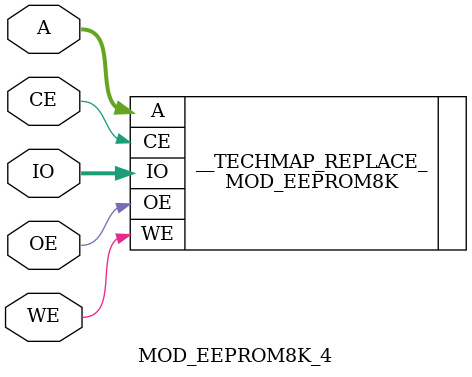
<source format=v>
module MOD_EEPROM8K_1 (A, IO, CE, OE, WE); 

input [0:12] A;
inout [0:7] IO;
input CE;
input OE;
input WE;

MOD_EEPROM8K __TECHMAP_REPLACE_ (.A(A), .IO(IO), .CE(CE), .OE(OE), .WE(WE)); 

endmodule

module MOD_EEPROM8K_2 (A, IO, CE, OE, WE); 

input [0:12] A;
inout [0:7] IO;
input CE;
input OE;
input WE;

MOD_EEPROM8K __TECHMAP_REPLACE_ (.A(A), .IO(IO), .CE(CE), .OE(OE), .WE(WE)); 

endmodule

module MOD_EEPROM8K_3 (A, IO, CE, OE, WE); 

input [0:12] A;
inout [0:7] IO;
input CE;
input OE;
input WE;

MOD_EEPROM8K __TECHMAP_REPLACE_ (.A(A), .IO(IO), .CE(CE), .OE(OE), .WE(WE)); 

endmodule

module MOD_EEPROM8K_4 (A, IO, CE, OE, WE); 

input [0:12] A;
inout [0:7] IO;
input CE;
input OE;
input WE;

MOD_EEPROM8K __TECHMAP_REPLACE_ (.A(A), .IO(IO), .CE(CE), .OE(OE), .WE(WE)); 

endmodule
</source>
